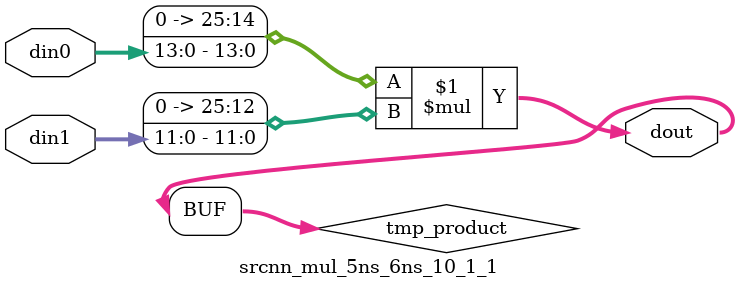
<source format=v>

`timescale 1 ns / 1 ps

  module srcnn_mul_5ns_6ns_10_1_1(din0, din1, dout);
parameter ID = 1;
parameter NUM_STAGE = 0;
parameter din0_WIDTH = 14;
parameter din1_WIDTH = 12;
parameter dout_WIDTH = 26;

input [din0_WIDTH - 1 : 0] din0; 
input [din1_WIDTH - 1 : 0] din1; 
output [dout_WIDTH - 1 : 0] dout;

wire signed [dout_WIDTH - 1 : 0] tmp_product;










assign tmp_product = $signed({1'b0, din0}) * $signed({1'b0, din1});











assign dout = tmp_product;







endmodule

</source>
